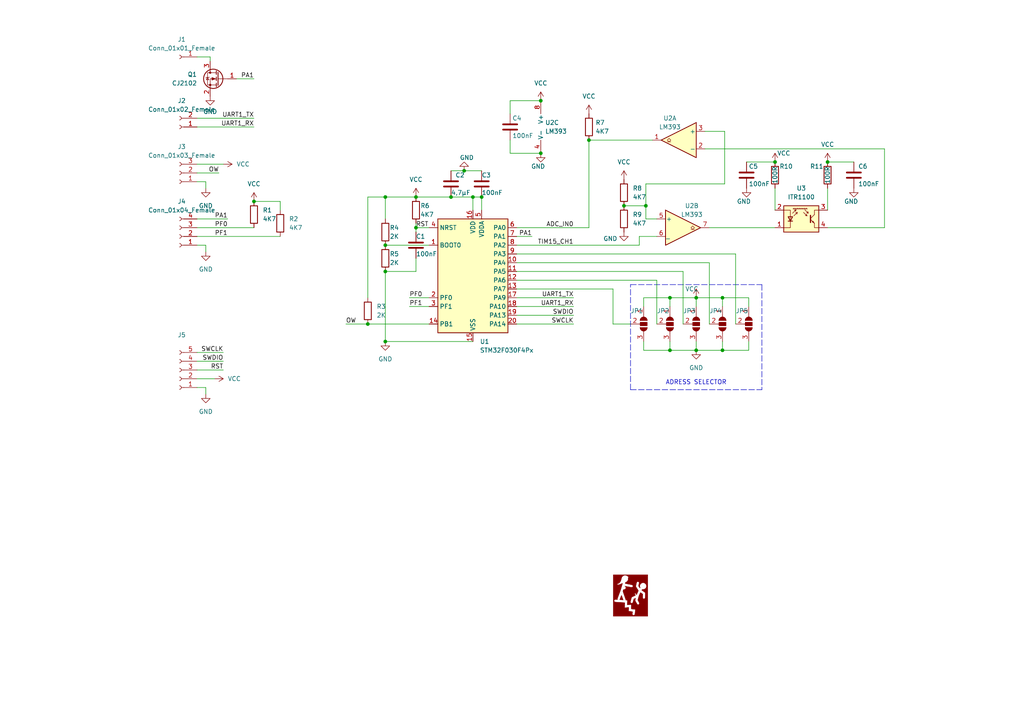
<source format=kicad_sch>
(kicad_sch (version 20211123) (generator eeschema)
  (paper "A4")
  (lib_symbols
    (symbol "Comparator:LM393" (pin_names (offset 0.127))
      (property "Reference" "U" (at 3.81 3.81 0))
      (property "Value" "LM393" (at 6.35 -3.81 0))
      (symbol "LM393_1_1"
        (polyline (pts (xy -5.08 5.08) (xy 5.08 0) (xy -5.08 -5.08) (xy -5.08 5.08)) (stroke (width 0.254)) (fill (type background)))
        (polyline (pts (xy 3.302 -0.508) (xy 2.794 -0.508) (xy 3.302 0) (xy 2.794 0.508) (xy 2.286 0) (xy 2.794 -0.508) (xy 2.286 -0.508)) (stroke (width 0.127)))
        (pin open_collector line (at 7.62 0 180) (length 2.54) (name "~") (number "1"))
        (pin input line (at -7.62 -2.54 0) (length 2.54) (name "-") (number "2"))
        (pin input line (at -7.62 2.54 0) (length 2.54) (name "+") (number "3"))
      )
      (symbol "LM393_2_1"
        (polyline (pts (xy -5.08 5.08) (xy 5.08 0) (xy -5.08 -5.08) (xy -5.08 5.08)) (stroke (width 0.254)) (fill (type background)))
        (polyline (pts (xy 3.302 -0.508) (xy 2.794 -0.508) (xy 3.302 0) (xy 2.794 0.508) (xy 2.286 0) (xy 2.794 -0.508) (xy 2.286 -0.508)) (stroke (width 0.127)))
        (pin input line (at -7.62 2.54 0) (length 2.54) (name "+") (number "5"))
        (pin input line (at -7.62 -2.54 0) (length 2.54) (name "_") (number "6"))
        (pin open_collector line (at 7.62 0 180) (length 2.54) (name "~") (number "7"))
      )
      (symbol "LM393_3_1"
        (pin power_in line (at -2.54 -7.62 90) (length 3.81) (name "V-") (number "4"))
        (pin power_in line (at -2.54 7.62 270) (length 3.81) (name "V+") (number "8"))
      )
    )
    (symbol "Connector:Conn_01x01_Female" (pin_names (offset 1.016) hide)
      (property "Reference" "J" (at 0 2.54 0))
      (property "Value" "Conn_01x01_Female" (at 0 -2.54 0))
      (symbol "Conn_01x01_Female_1_1"
        (polyline (pts (xy -1.27 0) (xy -0.508 0)) (stroke (width 0.1524)))
        (arc (start 0 0.508) (mid -0.508 0) (end 0 -0.508) (stroke (width 0.1524)))
        (pin passive line (at -5.08 0 0) (length 3.81) (name "Pin_1") (number "1"))
      )
    )
    (symbol "Connector:Conn_01x02_Female" (pin_names (offset 1.016) hide)
      (property "Reference" "J" (at 0 2.54 0))
      (property "Value" "Conn_01x02_Female" (at 0 -5.08 0))
      (symbol "Conn_01x02_Female_1_1"
        (arc (start 0 -2.032) (mid -0.508 -2.54) (end 0 -3.048) (stroke (width 0.1524)))
        (polyline (pts (xy -1.27 -2.54) (xy -0.508 -2.54)) (stroke (width 0.1524)))
        (polyline (pts (xy -1.27 0) (xy -0.508 0)) (stroke (width 0.1524)))
        (arc (start 0 0.508) (mid -0.508 0) (end 0 -0.508) (stroke (width 0.1524)))
        (pin passive line (at -5.08 0 0) (length 3.81) (name "Pin_1") (number "1"))
        (pin passive line (at -5.08 -2.54 0) (length 3.81) (name "Pin_2") (number "2"))
      )
    )
    (symbol "Connector:Conn_01x03_Female" (pin_names (offset 1.016) hide)
      (property "Reference" "J" (at 0 5.08 0))
      (property "Value" "Conn_01x03_Female" (at 0 -5.08 0))
      (symbol "Conn_01x03_Female_1_1"
        (arc (start 0 -2.032) (mid -0.508 -2.54) (end 0 -3.048) (stroke (width 0.1524)))
        (polyline (pts (xy -1.27 -2.54) (xy -0.508 -2.54)) (stroke (width 0.1524)))
        (polyline (pts (xy -1.27 0) (xy -0.508 0)) (stroke (width 0.1524)))
        (polyline (pts (xy -1.27 2.54) (xy -0.508 2.54)) (stroke (width 0.1524)))
        (arc (start 0 0.508) (mid -0.508 0) (end 0 -0.508) (stroke (width 0.1524)))
        (arc (start 0 3.048) (mid -0.508 2.54) (end 0 2.032) (stroke (width 0.1524)))
        (pin passive line (at -5.08 2.54 0) (length 3.81) (name "Pin_1") (number "1"))
        (pin passive line (at -5.08 0 0) (length 3.81) (name "Pin_2") (number "2"))
        (pin passive line (at -5.08 -2.54 0) (length 3.81) (name "Pin_3") (number "3"))
      )
    )
    (symbol "Connector:Conn_01x04_Female" (pin_names (offset 1.016) hide)
      (property "Reference" "J" (at 0 5.08 0))
      (property "Value" "Conn_01x04_Female" (at 0 -7.62 0))
      (symbol "Conn_01x04_Female_1_1"
        (arc (start 0 -4.572) (mid -0.508 -5.08) (end 0 -5.588) (stroke (width 0.1524)))
        (arc (start 0 -2.032) (mid -0.508 -2.54) (end 0 -3.048) (stroke (width 0.1524)))
        (polyline (pts (xy -1.27 -5.08) (xy -0.508 -5.08)) (stroke (width 0.1524)))
        (polyline (pts (xy -1.27 -2.54) (xy -0.508 -2.54)) (stroke (width 0.1524)))
        (polyline (pts (xy -1.27 0) (xy -0.508 0)) (stroke (width 0.1524)))
        (polyline (pts (xy -1.27 2.54) (xy -0.508 2.54)) (stroke (width 0.1524)))
        (arc (start 0 0.508) (mid -0.508 0) (end 0 -0.508) (stroke (width 0.1524)))
        (arc (start 0 3.048) (mid -0.508 2.54) (end 0 2.032) (stroke (width 0.1524)))
        (pin passive line (at -5.08 2.54 0) (length 3.81) (name "Pin_1") (number "1"))
        (pin passive line (at -5.08 0 0) (length 3.81) (name "Pin_2") (number "2"))
        (pin passive line (at -5.08 -2.54 0) (length 3.81) (name "Pin_3") (number "3"))
        (pin passive line (at -5.08 -5.08 0) (length 3.81) (name "Pin_4") (number "4"))
      )
    )
    (symbol "Connector:Conn_01x05_Female" (pin_names (offset 1.016) hide)
      (property "Reference" "J" (at 0 7.62 0))
      (property "Value" "Conn_01x05_Female" (at 0 -7.62 0))
      (symbol "Conn_01x05_Female_1_1"
        (arc (start 0 -4.572) (mid -0.508 -5.08) (end 0 -5.588) (stroke (width 0.1524)))
        (arc (start 0 -2.032) (mid -0.508 -2.54) (end 0 -3.048) (stroke (width 0.1524)))
        (polyline (pts (xy -1.27 -5.08) (xy -0.508 -5.08)) (stroke (width 0.1524)))
        (polyline (pts (xy -1.27 -2.54) (xy -0.508 -2.54)) (stroke (width 0.1524)))
        (polyline (pts (xy -1.27 0) (xy -0.508 0)) (stroke (width 0.1524)))
        (polyline (pts (xy -1.27 2.54) (xy -0.508 2.54)) (stroke (width 0.1524)))
        (polyline (pts (xy -1.27 5.08) (xy -0.508 5.08)) (stroke (width 0.1524)))
        (arc (start 0 0.508) (mid -0.508 0) (end 0 -0.508) (stroke (width 0.1524)))
        (arc (start 0 3.048) (mid -0.508 2.54) (end 0 2.032) (stroke (width 0.1524)))
        (arc (start 0 5.588) (mid -0.508 5.08) (end 0 4.572) (stroke (width 0.1524)))
        (pin passive line (at -5.08 5.08 0) (length 3.81) (name "Pin_1") (number "1"))
        (pin passive line (at -5.08 2.54 0) (length 3.81) (name "Pin_2") (number "2"))
        (pin passive line (at -5.08 0 0) (length 3.81) (name "Pin_3") (number "3"))
        (pin passive line (at -5.08 -2.54 0) (length 3.81) (name "Pin_4") (number "4"))
        (pin passive line (at -5.08 -5.08 0) (length 3.81) (name "Pin_5") (number "5"))
      )
    )
    (symbol "Device:C" (pin_numbers hide) (pin_names (offset 0.254))
      (property "Reference" "C" (at 0.635 2.54 0))
      (property "Value" "C" (at 0.635 -2.54 0))
      (symbol "C_0_1"
        (polyline (pts (xy -2.032 -0.762) (xy 2.032 -0.762)) (stroke (width 0.508)))
        (polyline (pts (xy -2.032 0.762) (xy 2.032 0.762)) (stroke (width 0.508)))
      )
      (symbol "C_1_1"
        (pin passive line (at 0 3.81 270) (length 2.794) (name "~") (number "1"))
        (pin passive line (at 0 -3.81 90) (length 2.794) (name "~") (number "2"))
      )
    )
    (symbol "Device:Q_NMOS_GSD" (pin_names (offset 0) hide)
      (property "Reference" "Q" (at 5.08 1.27 0))
      (property "Value" "Q_NMOS_GSD" (at 5.08 -1.27 0))
      (symbol "Q_NMOS_GSD_0_1"
        (polyline (pts (xy 0.254 0) (xy -2.54 0)))
        (polyline (pts (xy 0.254 1.905) (xy 0.254 -1.905)) (stroke (width 0.254)))
        (polyline (pts (xy 0.762 -1.27) (xy 0.762 -2.286)) (stroke (width 0.254)))
        (polyline (pts (xy 0.762 0.508) (xy 0.762 -0.508)) (stroke (width 0.254)))
        (polyline (pts (xy 0.762 2.286) (xy 0.762 1.27)) (stroke (width 0.254)))
        (polyline (pts (xy 2.54 2.54) (xy 2.54 1.778)))
        (polyline (pts (xy 2.54 -2.54) (xy 2.54 0) (xy 0.762 0)))
        (polyline (pts (xy 0.762 -1.778) (xy 3.302 -1.778) (xy 3.302 1.778) (xy 0.762 1.778)))
        (polyline (pts (xy 1.016 0) (xy 2.032 0.381) (xy 2.032 -0.381) (xy 1.016 0)) (fill (type outline)))
        (polyline (pts (xy 2.794 0.508) (xy 2.921 0.381) (xy 3.683 0.381) (xy 3.81 0.254)))
        (polyline (pts (xy 3.302 0.381) (xy 2.921 -0.254) (xy 3.683 -0.254) (xy 3.302 0.381)))
        (circle (center 1.651 0) (radius 2.794) (stroke (width 0.254)))
        (circle (center 2.54 -1.778) (radius 0.254) (fill (type outline)))
        (circle (center 2.54 1.778) (radius 0.254) (fill (type outline)))
      )
      (symbol "Q_NMOS_GSD_1_1"
        (pin input line (at -5.08 0 0) (length 2.54) (name "G") (number "1"))
        (pin passive line (at 2.54 -5.08 90) (length 2.54) (name "S") (number "2"))
        (pin passive line (at 2.54 5.08 270) (length 2.54) (name "D") (number "3"))
      )
    )
    (symbol "Device:R" (pin_numbers hide) (pin_names (offset 0))
      (property "Reference" "R" (at 2.032 0 90))
      (property "Value" "R" (at 0 0 90))
      (symbol "R_0_1"
        (rectangle (start -1.016 -2.54) (end 1.016 2.54) (stroke (width 0.254)))
      )
      (symbol "R_1_1"
        (pin passive line (at 0 3.81 270) (length 1.27) (name "~") (number "1"))
        (pin passive line (at 0 -3.81 90) (length 1.27) (name "~") (number "2"))
      )
    )
    (symbol "Jumper:SolderJumper_3_Open" (pin_names (offset 0) hide)
      (property "Reference" "JP" (at -2.54 -2.54 0))
      (property "Value" "SolderJumper_3_Open" (at 0 2.794 0))
      (symbol "SolderJumper_3_Open_0_1"
        (arc (start -1.016 1.016) (mid -2.032 0) (end -1.016 -1.016))
        (arc (start -1.016 1.016) (mid -2.032 0) (end -1.016 -1.016) (fill (type outline)))
        (rectangle (start -0.508 1.016) (end 0.508 -1.016) (fill (type outline)))
        (polyline (pts (xy -2.54 0) (xy -2.032 0)))
        (polyline (pts (xy -1.016 1.016) (xy -1.016 -1.016)))
        (polyline (pts (xy 0 -1.27) (xy 0 -1.016)))
        (polyline (pts (xy 1.016 1.016) (xy 1.016 -1.016)))
        (polyline (pts (xy 2.54 0) (xy 2.032 0)))
        (arc (start 1.016 -1.016) (mid 2.032 0) (end 1.016 1.016))
        (arc (start 1.016 -1.016) (mid 2.032 0) (end 1.016 1.016) (fill (type outline)))
      )
      (symbol "SolderJumper_3_Open_1_1"
        (pin passive line (at -5.08 0 0) (length 2.54) (name "A") (number "1"))
        (pin passive line (at 0 -3.81 90) (length 2.54) (name "C") (number "2"))
        (pin passive line (at 5.08 0 180) (length 2.54) (name "B") (number "3"))
      )
    )
    (symbol "LOGO_1" (pin_names (offset 1.016))
      (symbol "LOGO_1_0_0"
        (polyline (pts (xy -2.1504 -1.2991) (xy -2.1382 -1.2606) (xy -2.1509 -1.2251) (xy -2.1855 -1.1275) (xy -2.2369 -0.9821) (xy -2.3007 -0.8013) (xy -2.3725 -0.5976) (xy -2.4327 -0.4283) (xy -2.4991 -0.2455) (xy -2.5545 -0.0972) (xy -2.5944 0.0045) (xy -2.6144 0.0477) (xy -2.6144 0.0478) (xy -2.6351 0.0236) (xy -2.6771 -0.0603) (xy -2.7361 -0.1936) (xy -2.8075 -0.366) (xy -2.8867 -0.5672) (xy -2.9633 -0.7688) (xy -3.0297 -0.9481) (xy -3.0809 -1.0911) (xy -3.1128 -1.1867) (xy -3.1215 -1.2239) (xy -3.0819 -1.2311) (xy -2.9827 -1.2416) (xy -2.8389 -1.2539) (xy -2.6656 -1.2666) (xy -2.4952 -1.2782) (xy -2.3408 -1.2891) (xy -2.2274 -1.2974) (xy -2.1718 -1.3019) (xy -2.1504 -1.2991)) (stroke (width 0.01)) (fill (type outline)))
        (polyline (pts (xy 5.0053 6.0138) (xy -5.0052 6.0138) (xy -5.0052 -1.5314) (xy -4.7811 -1.5314) (xy -4.7529 -1.4034) (xy -4.6727 -1.2787) (xy -4.5609 -1.1969) (xy -4.5492 -1.1924) (xy -4.4481 -1.1716) (xy -4.2987 -1.1669) (xy -4.0884 -1.1777) (xy -4.026 -1.1823) (xy -3.8825 -1.1918) (xy -3.7972 -1.193) (xy -3.758 -1.184) (xy -3.7526 -1.1629) (xy -3.7688 -1.1277) (xy -3.7923 -1.0705) (xy -3.81 -0.9783) (xy -3.8087 -0.9694) (xy -3.7883 -0.8979) (xy -3.7453 -0.7689) (xy -3.683 -0.5917) (xy -3.6048 -0.3757) (xy -3.5139 -0.1302) (xy -3.4137 0.1354) (xy -3.3123 0.4021) (xy -3.2093 0.6743) (xy -3.1246 0.9012) (xy -3.0534 1.0963) (xy -2.9912 1.273) (xy -2.9335 1.4449) (xy -2.8755 1.6254) (xy -2.8126 1.828) (xy -2.7403 2.0661) (xy -2.654 2.3533) (xy -2.6492 2.3692) (xy -2.5502 2.6999) (xy -2.4712 2.9657) (xy -2.4106 3.1728) (xy -2.3665 3.3272) (xy -2.3372 3.4352) (xy -2.3209 3.503) (xy -2.3158 3.5367) (xy -2.3299 3.5394) (xy -2.3974 3.519) (xy -2.5081 3.474) (xy -2.6478 3.41) (xy -2.9121 3.2939) (xy -3.166 3.2032) (xy -3.3949 3.142) (xy -3.5862 3.1138) (xy -3.727 3.122) (xy -3.8133 3.1496) (xy -3.8564 3.1918) (xy -3.866 3.2684) (xy -3.8653 3.2992) (xy -3.85 3.3568) (xy -3.7999 3.392) (xy -3.6957 3.4225) (xy -3.6747 3.4278) (xy -3.4688 3.4981) (xy -3.3039 3.5991) (xy -3.1499 3.7489) (xy -3.0342 3.8932) (xy -2.9257 4.0664) (xy -2.833 4.2666) (xy -2.7488 4.5095) (xy -2.6659 4.811) (xy -2.6144 5.0118) (xy -2.5717 5.1618) (xy -2.5334 5.2689) (xy -2.4929 5.3483) (xy -2.4438 5.4151) (xy -2.3797 5.4846) (xy -2.3137 5.5478) (xy -2.1796 5.6592) (xy -2.0544 5.746) (xy -2.0374 5.756) (xy -1.9447 5.803) (xy -1.8523 5.8302) (xy -1.7353 5.8427) (xy -1.5688 5.8458) (xy -1.5458 5.8457) (xy -1.3019 5.8275) (xy -1.1011 5.771) (xy -0.9192 5.6662) (xy -0.7318 5.5033) (xy -0.7229 5.4945) (xy -0.6244 5.3867) (xy -0.576 5.3051) (xy -0.5676 5.2332) (xy -0.5907 5.1634) (xy -0.6611 5.1244) (xy -0.6954 5.1176) (xy -0.7252 5.0887) (xy -0.7078 5.0192) (xy -0.6814 4.9224) (xy -0.6768 4.7186) (xy -0.7266 4.5057) (xy -0.8223 4.2997) (xy -0.9556 4.1164) (xy -1.1183 3.9719) (xy -1.3021 3.8819) (xy -1.3349 3.8716) (xy -1.4184 3.8333) (xy -1.4672 3.7727) (xy -1.5055 3.6642) (xy -1.5162 3.6265) (xy -1.5361 3.5373) (xy -1.5299 3.4908) (xy -1.4967 3.4657) (xy -1.4637 3.4562) (xy -1.3634 3.4335) (xy -1.2085 3.4012) (xy -1.0096 3.3614) (xy -0.7775 3.3165) (xy -0.5229 3.2684) (xy -0.3349 3.233) (xy -0.0901 3.1853) (xy 0.1269 3.1415) (xy 0.3047 3.1039) (xy 0.4318 3.0747) (xy 0.4967 3.0565) (xy 0.4983 3.0559) (xy 0.6025 2.9789) (xy 0.6796 2.8589) (xy 0.7097 2.7268) (xy 0.6822 2.6003) (xy 0.6011 2.4742) (xy 0.4867 2.3911) (xy 0.4662 2.3835) (xy 0.4182 2.3736) (xy 0.3534 2.3714) (xy 0.2624 2.3783) (xy 0.1358 2.3952) (xy -0.0358 2.4235) (xy -0.2618 2.4643) (xy -0.5516 2.5186) (xy -0.7499 2.5563) (xy -0.9936 2.6029) (xy -1.2084 2.6442) (xy -1.3834 2.6782) (xy -1.5072 2.7026) (xy -1.5688 2.7154) (xy -1.6622 2.7372) (xy -1.5587 2.654) (xy -1.5166 2.6171) (xy -1.4022 2.4656) (xy -1.3507 2.301) (xy -1.3577 2.1361) (xy -1.4187 1.9838) (xy -1.5291 1.8571) (xy -1.6846 1.7688) (xy -1.8805 1.7317) (xy -2.0663 1.7255) (xy -2.1345 1.5071) (xy -2.1638 1.406) (xy -2.192 1.289) (xy -2.2031 1.214) (xy -2.1985 1.1896) (xy -2.1723 1.0986) (xy -2.1256 0.9517) (xy -2.0613 0.7579) (xy -1.9824 0.526) (xy -1.8919 0.2651) (xy -1.7928 -0.016) (xy -1.7316 -0.1889) (xy -1.6373 -0.4598) (xy -1.5533 -0.7057) (xy -1.4829 -0.9175) (xy -1.4288 -1.0862) (xy -1.3942 -1.2027) (xy -1.382 -1.2579) (xy -1.3798 -1.2933) (xy -1.3589 -1.3274) (xy -1.3004 -1.3419) (xy -1.1859 -1.3453) (xy -1.09 -1.3457) (xy -1.0121 -1.3525) (xy -0.958 -1.3753) (xy -0.924 -1.424) (xy -0.9065 -1.5082) (xy -0.9019 -1.6379) (xy -0.9064 -1.8227) (xy -0.9083 -1.8686) (xy -0.0293 -1.8686) (xy -0.0191 -1.7947) (xy 0.0032 -1.6894) (xy 0.0393 -1.5425) (xy 0.091 -1.3439) (xy 0.16 -1.0832) (xy 0.1876 -0.9799) (xy 0.2427 -0.783) (xy 0.2885 -0.6419) (xy 0.3307 -0.5449) (xy 0.3751 -0.4803) (xy 0.4276 -0.4362) (xy 0.4937 -0.4009) (xy 0.5567 -0.3719) (xy 0.6812 -0.3151) (xy 0.8384 -0.2439) (xy 1.0086 -0.167) (xy 1.1526 -0.1012) (xy 1.2882 -0.0375) (xy 1.3851 0.0102) (xy 1.4285 0.0346) (xy 1.4286 0.0346) (xy 1.4242 0.0764) (xy 1.3863 0.1616) (xy 1.3232 0.2721) (xy 1.3219 0.2741) (xy 1.2339 0.4382) (xy 1.2036 0.5569) (xy 1.2312 0.6321) (xy 1.3165 0.6655) (xy 1.3276 0.6666) (xy 1.3823 0.6618) (xy 1.4324 0.6293) (xy 1.4917 0.5564) (xy 1.5736 0.4308) (xy 1.5929 0.4003) (xy 1.6638 0.2924) (xy 1.7162 0.2195) (xy 1.7398 0.1959) (xy 1.758 0.2268) (xy 1.8016 0.3154) (xy 1.8631 0.447) (xy 1.9364 0.6077) (xy 2.0153 0.7837) (xy 2.0937 0.9611) (xy 2.1653 1.1261) (xy 2.2241 1.2648) (xy 2.2639 1.3634) (xy 2.2786 1.408) (xy 2.2617 1.4481) (xy 2.209 1.5412) (xy 2.127 1.6751) (xy 2.0223 1.8391) (xy 1.9015 2.0223) (xy 1.8521 2.096) (xy 1.7282 2.2808) (xy 1.639 2.4231) (xy 1.5813 2.5392) (xy 1.5521 2.6449) (xy 1.5481 2.7565) (xy 1.5665 2.89) (xy 1.6039 3.0615) (xy 1.6573 3.2871) (xy 1.6707 3.3442) (xy 1.7234 3.5597) (xy 1.767 3.7162) (xy 1.8063 3.8249) (xy 1.846 3.8974) (xy 1.8909 3.9453) (xy 1.9458 3.9799) (xy 2.0957 4.0253) (xy 2.2478 4.0101) (xy 2.377 3.936) (xy 2.4659 3.8087) (xy 2.472 3.7933) (xy 2.4875 3.735) (xy 2.4904 3.6643) (xy 2.4794 3.5663) (xy 2.4528 3.4259) (xy 2.4094 3.2281) (xy 2.3044 2.7646) (xy 2.52 2.4406) (xy 2.5844 2.3451) (xy 2.6631 2.2353) (xy 2.7155 2.1766) (xy 2.749 2.1611) (xy 2.7714 2.1808) (xy 2.7745 2.1869) (xy 2.7837 2.2767) (xy 2.7484 2.4178) (xy 2.6999 2.6168) (xy 2.701 2.8372) (xy 2.7639 3.0724) (xy 2.8382 3.2225) (xy 2.9939 3.4136) (xy 3.1926 3.564) (xy 3.4181 3.6626) (xy 3.6544 3.698) (xy 3.6938 3.697) (xy 3.9337 3.6511) (xy 4.1552 3.544) (xy 4.3469 3.3869) (xy 4.4977 3.1909) (xy 4.5964 2.9672) (xy 4.6318 2.7268) (xy 4.6258 2.6255) (xy 4.5635 2.3884) (xy 4.4423 2.1754) (xy 4.273 1.9963) (xy 4.0662 1.861) (xy 3.8328 1.7795) (xy 3.5835 1.7616) (xy 3.5106 1.7655) (xy 3.4263 1.7592) (xy 3.3727 1.7268) (xy 3.3221 1.6571) (xy 3.2478 1.54) (xy 3.613 1.2794) (xy 3.7518 1.1809) (xy 3.8951 1.0803) (xy 4.0109 1.0002) (xy 4.0828 0.9521) (xy 4.097 0.9429) (xy 4.1683 0.8888) (xy 4.2206 0.8265) (xy 4.2562 0.745) (xy 4.2775 0.6331) (xy 4.2866 0.4798) (xy 4.2859 0.2741) (xy 4.2776 0.005) (xy 4.2697 -0.172) (xy 4.2571 -0.3796) (xy 4.2427 -0.5562) (xy 4.2276 -0.6872) (xy 4.2131 -0.7581) (xy 4.2117 -0.7615) (xy 4.1356 -0.8648) (xy 4.0164 -0.9413) (xy 3.8848 -0.9712) (xy 3.7581 -0.9435) (xy 3.6322 -0.8625) (xy 3.5491 -0.7482) (xy 3.5433 -0.7327) (xy 3.5257 -0.6498) (xy 3.5176 -0.5271) (xy 3.5186 -0.3531) (xy 3.5284 -0.1164) (xy 3.555 0.4012) (xy 3.2378 0.6302) (xy 3.138 0.7011) (xy 3.0184 0.7826) (xy 2.9307 0.8381) (xy 2.8891 0.8584) (xy 2.8833 0.8563) (xy 2.8599 0.8283) (xy 2.8229 0.7629) (xy 2.7694 0.6536) (xy 2.6963 0.4942) (xy 2.6006 0.2785) (xy 2.4794 0) (xy 2.4745 -0.0115) (xy 2.4291 -0.1359) (xy 2.3756 -0.3053) (xy 2.3185 -0.503) (xy 2.2619 -0.7125) (xy 2.2104 -0.9172) (xy 2.1682 -1.1005) (xy 2.1396 -1.2457) (xy 2.1292 -1.3362) (xy 2.1292 -1.337) (xy 2.1477 -1.3901) (xy 2.196 -1.4929) (xy 2.267 -1.631) (xy 2.3533 -1.7899) (xy 2.3543 -1.7918) (xy 2.441 -1.9536) (xy 2.5119 -2.0978) (xy 2.5598 -2.2088) (xy 2.5774 -2.2709) (xy 2.5626 -2.3695) (xy 2.4939 -2.5047) (xy 2.3852 -2.5988) (xy 2.3499 -2.616) (xy 2.2199 -2.6538) (xy 2.103 -2.6385) (xy 1.9911 -2.5652) (xy 1.876 -2.4292) (xy 1.7498 -2.2258) (xy 1.7007 -2.1393) (xy 1.6051 -1.9732) (xy 1.5173 -1.8236) (xy 1.4516 -1.7149) (xy 1.4004 -1.6245) (xy 1.362 -1.5184) (xy 1.3526 -1.4032) (xy 1.3709 -1.2588) (xy 1.416 -1.0645) (xy 1.4199 -1.0493) (xy 1.4502 -0.9226) (xy 1.469 -0.8297) (xy 1.4722 -0.7898) (xy 1.4697 -0.789) (xy 1.4217 -0.8028) (xy 1.3269 -0.8406) (xy 1.2026 -0.8957) (xy 0.9439 -1.0149) (xy 0.8214 -1.488) (xy 0.8163 -1.5073) (xy 0.7662 -1.6928) (xy 0.7185 -1.8577) (xy 0.6784 -1.9847) (xy 0.651 -2.0565) (xy 0.5953 -2.1348) (xy 0.4797 -2.2099) (xy 0.343 -2.2343) (xy 0.2046 -2.2094) (xy 0.0837 -2.1361) (xy -0.0004 -2.0159) (xy -0.0051 -2.0046) (xy -0.0205 -1.9634) (xy -0.0292 -1.9215) (xy -0.0293 -1.8686) (xy -0.9083 -1.8686) (xy -0.9167 -2.0724) (xy -0.9441 -2.7352) (xy -0.7615 -2.7132) (xy -0.6515 -2.701) (xy -0.4841 -2.6845) (xy -0.3175 -2.6697) (xy -0.1785 -2.6573) (xy -0.0249 -2.6414) (xy 0.0899 -2.6272) (xy 0.2358 -2.6061) (xy 0.2143 -3.2438) (xy 0.2108 -3.3481) (xy 0.2051 -3.5542) (xy 0.2038 -3.7005) (xy 0.2075 -3.7976) (xy 0.2168 -3.856) (xy 0.2325 -3.8863) (xy 0.2551 -3.8989) (xy 0.2717 -3.9024) (xy 0.3569 -3.9158) (xy 0.4951 -3.9347) (xy 0.6713 -3.9572) (xy 0.8707 -3.9813) (xy 1.4239 -4.0464) (xy 1.4036 -4.1803) (xy 1.4001 -4.2055) (xy 1.3865 -4.3144) (xy 1.3681 -4.4737) (xy 1.3467 -4.6662) (xy 1.3244 -4.8745) (xy 1.3077 -5.0288) (xy 1.2802 -5.2492) (xy 1.2528 -5.4118) (xy 1.2222 -5.5273) (xy 1.1853 -5.6064) (xy 1.1389 -5.6597) (xy 1.0799 -5.6981) (xy 1.0211 -5.7241) (xy 0.8631 -5.7469) (xy 0.7056 -5.6963) (xy 0.6469 -5.6575) (xy 0.5805 -5.5767) (xy 0.5456 -5.462) (xy 0.5391 -5.3011) (xy 0.5582 -5.0813) (xy 0.5671 -5.0032) (xy 0.58 -4.8619) (xy 0.5851 -4.7581) (xy 0.5812 -4.7099) (xy 0.5448 -4.693) (xy 0.4529 -4.6726) (xy 0.328 -4.6555) (xy 0.3031 -4.6529) (xy 0.1408 -4.6346) (xy -0.0519 -4.6117) (xy -0.2386 -4.5885) (xy -0.5707 -4.5459) (xy -0.551 -3.9912) (xy -0.548 -3.8953) (xy -0.5444 -3.714) (xy -0.5445 -3.5685) (xy -0.5481 -3.4717) (xy -0.5552 -3.4365) (xy -0.5675 -3.4374) (xy -0.6419 -3.4441) (xy -0.7705 -3.4564) (xy -0.9397 -3.4731) (xy -1.136 -3.4927) (xy -1.2333 -3.5022) (xy -1.4172 -3.5183) (xy -1.5671 -3.5291) (xy -1.6694 -3.5336) (xy -1.7109 -3.5309) (xy -1.7113 -3.5303) (xy -1.7149 -3.4841) (xy -1.7149 -3.3759) (xy -1.7115 -3.2176) (xy -1.7049 -3.0209) (xy -1.6954 -2.7976) (xy -1.6902 -2.6784) (xy -1.6816 -2.4175) (xy -1.6803 -2.2286) (xy -1.6862 -2.1126) (xy -1.6995 -2.0702) (xy -1.6995 -2.0701) (xy -1.7445 -2.0653) (xy -1.8554 -2.0569) (xy -2.0237 -2.0455) (xy -2.241 -2.0316) (xy -2.4985 -2.0157) (xy -2.7878 -1.9984) (xy -3.1002 -1.9803) (xy -3.4052 -1.962) (xy -3.7019 -1.9424) (xy -3.9696 -1.923) (xy -4.1992 -1.9043) (xy -4.3816 -1.8873) (xy -4.5076 -1.8727) (xy -4.5681 -1.8611) (xy -4.5698 -1.8604) (xy -4.6739 -1.7835) (xy -4.751 -1.6635) (xy -4.7811 -1.5314) (xy -5.0052 -1.5314) (xy -5.0052 -6.0138) (xy 5.0053 -6.0138) (xy 5.0053 6.0138)) (stroke (width 0.01)) (fill (type outline)))
      )
    )
    (symbol "MCU_ST_STM32F0:STM32F030F4Px"
      (property "Reference" "U" (at -10.16 16.51 0))
      (property "Value" "STM32F030F4Px" (at 5.08 16.51 0))
      (symbol "STM32F030F4Px_0_1"
        (rectangle (start -10.16 -17.78) (end 10.16 15.24) (stroke (width 0.254)) (fill (type background)))
      )
      (symbol "STM32F030F4Px_1_1"
        (pin input line (at -12.7 7.62 0) (length 2.54) (name "BOOT0") (number "1"))
        (pin bidirectional line (at 12.7 2.54 180) (length 2.54) (name "PA4") (number "10"))
        (pin bidirectional line (at 12.7 0 180) (length 2.54) (name "PA5") (number "11"))
        (pin bidirectional line (at 12.7 -2.54 180) (length 2.54) (name "PA6") (number "12"))
        (pin bidirectional line (at 12.7 -5.08 180) (length 2.54) (name "PA7") (number "13"))
        (pin bidirectional line (at -12.7 -15.24 0) (length 2.54) (name "PB1") (number "14"))
        (pin power_in line (at 0 -20.32 90) (length 2.54) (name "VSS") (number "15"))
        (pin power_in line (at 0 17.78 270) (length 2.54) (name "VDD") (number "16"))
        (pin bidirectional line (at 12.7 -7.62 180) (length 2.54) (name "PA9") (number "17"))
        (pin bidirectional line (at 12.7 -10.16 180) (length 2.54) (name "PA10") (number "18"))
        (pin bidirectional line (at 12.7 -12.7 180) (length 2.54) (name "PA13") (number "19"))
        (pin input line (at -12.7 -7.62 0) (length 2.54) (name "PF0") (number "2"))
        (pin bidirectional line (at 12.7 -15.24 180) (length 2.54) (name "PA14") (number "20"))
        (pin input line (at -12.7 -10.16 0) (length 2.54) (name "PF1") (number "3"))
        (pin input line (at -12.7 12.7 0) (length 2.54) (name "NRST") (number "4"))
        (pin power_in line (at 2.54 17.78 270) (length 2.54) (name "VDDA") (number "5"))
        (pin bidirectional line (at 12.7 12.7 180) (length 2.54) (name "PA0") (number "6"))
        (pin bidirectional line (at 12.7 10.16 180) (length 2.54) (name "PA1") (number "7"))
        (pin bidirectional line (at 12.7 7.62 180) (length 2.54) (name "PA2") (number "8"))
        (pin bidirectional line (at 12.7 5.08 180) (length 2.54) (name "PA3") (number "9"))
      )
    )
    (symbol "Sensor_Proximity:BPR-105F" (pin_names (offset 0.0254) hide)
      (property "Reference" "U" (at -3.81 5.08 0))
      (property "Value" "BPR-105F" (at 12.7 5.08 0))
      (symbol "BPR-105F_0_1"
        (polyline (pts (xy -3.81 -0.635) (xy -2.54 -0.635)) (stroke (width 0.254)))
        (polyline (pts (xy -2.286 2.921) (xy -2.032 3.175)))
        (polyline (pts (xy -1.778 2.921) (xy -1.524 3.175)))
        (polyline (pts (xy -1.524 2.667) (xy -1.651 2.159)))
        (polyline (pts (xy -1.27 2.921) (xy -1.016 3.175)))
        (polyline (pts (xy -1.143 1.905) (xy -1.27 1.397)))
        (polyline (pts (xy -0.762 2.921) (xy -0.508 3.175)))
        (polyline (pts (xy -0.254 2.921) (xy 0 3.175)))
        (polyline (pts (xy 0.254 2.921) (xy 0.508 3.175)))
        (polyline (pts (xy 0.762 2.921) (xy 1.016 3.175)))
        (polyline (pts (xy 1.27 2.921) (xy 1.524 3.175)))
        (polyline (pts (xy 1.651 0.889) (xy 1.143 1.016)))
        (polyline (pts (xy 1.778 2.921) (xy -2.413 2.921)))
        (polyline (pts (xy 2.032 1.651) (xy 1.524 1.778)))
        (polyline (pts (xy 2.667 -0.127) (xy 3.81 -1.27)))
        (polyline (pts (xy 2.667 0.127) (xy 3.81 1.27)))
        (polyline (pts (xy -2.54 1.651) (xy -1.524 2.667) (xy -2.032 2.54)))
        (polyline (pts (xy -2.159 0.889) (xy -1.143 1.905) (xy -1.651 1.778)))
        (polyline (pts (xy 0.635 1.905) (xy 1.651 0.889) (xy 1.524 1.397)))
        (polyline (pts (xy 1.016 2.667) (xy 2.032 1.651) (xy 1.905 2.159)))
        (polyline (pts (xy 2.667 1.016) (xy 2.667 -1.016) (xy 2.667 -1.016)) (stroke (width 0.3556)))
        (polyline (pts (xy 3.81 -1.27) (xy 3.81 -2.54) (xy 5.08 -2.54)))
        (polyline (pts (xy 3.81 1.27) (xy 3.81 2.54) (xy 5.08 2.54)))
        (polyline (pts (xy -5.08 -2.54) (xy -3.175 -2.54) (xy -3.175 2.54) (xy -5.08 2.54)))
        (polyline (pts (xy -3.175 -0.635) (xy -3.81 0.635) (xy -2.54 0.635) (xy -3.175 -0.635)) (stroke (width 0.254)))
        (polyline (pts (xy 3.683 -1.143) (xy 3.429 -0.635) (xy 3.175 -0.889) (xy 3.683 -1.143)))
        (polyline (pts (xy -5.08 -3.81) (xy 5.08 -3.81) (xy 5.08 3.81) (xy -5.08 3.81) (xy -5.08 -3.81)) (stroke (width 0.254)) (fill (type background)))
      )
      (symbol "BPR-105F_1_1"
        (pin passive line (at -7.62 -2.54 0) (length 2.54) (name "K") (number "1"))
        (pin passive line (at -7.62 2.54 0) (length 2.54) (name "A") (number "2"))
        (pin open_collector line (at 7.62 2.54 180) (length 2.54) (name "C") (number "3"))
        (pin open_emitter line (at 7.62 -2.54 180) (length 2.54) (name "E") (number "4"))
      )
    )
    (symbol "power:GND" (power) (pin_names (offset 0))
      (property "Value" "GND" (at 0 -3.81 0))
      (symbol "GND_0_1"
        (polyline (pts (xy 0 0) (xy 0 -1.27) (xy 1.27 -1.27) (xy 0 -2.54) (xy -1.27 -1.27) (xy 0 -1.27)))
      )
      (symbol "GND_1_1"
        (pin power_in line (at 0 0 270) (length 0) hide (name "GND") (number "1"))
      )
    )
    (symbol "power:VCC" (power) (pin_names (offset 0))
      (property "Value" "VCC" (at 0 3.81 0))
      (symbol "VCC_0_1"
        (polyline (pts (xy -0.762 1.27) (xy 0 2.54)))
        (polyline (pts (xy 0 0) (xy 0 2.54)))
        (polyline (pts (xy 0 2.54) (xy 0.762 1.27)))
      )
      (symbol "VCC_1_1"
        (pin power_in line (at 0 0 90) (length 0) hide (name "VCC") (number "1"))
      )
    )
  )
  (junction (at 106.68 93.98))
  (junction (at 201.93 86.36))
  (junction (at 156.845 29.21))
  (junction (at 187.325 59.69))
  (junction (at 111.76 57.15))
  (junction (at 194.31 86.36))
  (junction (at 156.845 44.45))
  (junction (at 120.65 57.15))
  (junction (at 180.975 59.69))
  (junction (at 240.03 46.99))
  (junction (at 224.79 46.99))
  (junction (at 194.31 101.6))
  (junction (at 170.815 40.64))
  (junction (at 209.55 101.6))
  (junction (at 139.7 57.15))
  (junction (at 130.81 57.15))
  (junction (at 134.62 49.53))
  (junction (at 209.55 86.36))
  (junction (at 111.76 71.12))
  (junction (at 111.76 78.74))
  (junction (at 111.76 99.06))
  (junction (at 73.66 58.42))
  (junction (at 201.93 101.6))
  (junction (at 120.65 66.04))
  (junction (at 137.16 57.15))
  (wire (pts (xy 120.65 67.31) (xy 120.65 66.04)))
  (wire (pts (xy 134.62 49.53) (xy 139.7 49.53)))
  (wire (pts (xy 57.15 66.04) (xy 73.66 66.04)))
  (wire (pts (xy 137.16 99.06) (xy 111.76 99.06)))
  (wire (pts (xy 209.55 86.36) (xy 217.17 86.36)))
  (wire (pts (xy 187.325 59.69) (xy 180.975 59.69)))
  (wire (pts (xy 111.76 63.5) (xy 111.76 57.15)))
  (wire (pts (xy 120.65 74.93) (xy 120.65 78.74)))
  (wire (pts (xy 57.15 109.855) (xy 62.23 109.855)))
  (wire (pts (xy 120.65 78.74) (xy 111.76 78.74)))
  (wire (pts (xy 209.55 99.06) (xy 209.55 101.6)))
  (wire (pts (xy 217.17 99.06) (xy 217.17 101.6)))
  (wire (pts (xy 57.15 68.58) (xy 81.28 68.58)))
  (wire (pts (xy 185.42 68.58) (xy 190.5 68.58)))
  (wire (pts (xy 57.15 50.165) (xy 63.5 50.165)))
  (wire (pts (xy 149.86 86.36) (xy 166.37 86.36)))
  (wire (pts (xy 57.15 71.12) (xy 59.69 71.12)))
  (wire (pts (xy 73.66 58.42) (xy 81.28 58.42)))
  (wire (pts (xy 210.185 38.1) (xy 210.185 53.34)))
  (wire (pts (xy 177.8 83.82) (xy 177.8 93.98)))
  (wire (pts (xy 57.15 112.395) (xy 59.69 112.395)))
  (wire (pts (xy 57.15 63.5) (xy 66.04 63.5)))
  (wire (pts (xy 205.74 66.04) (xy 224.79 66.04)))
  (wire (pts (xy 198.12 78.74) (xy 198.12 93.98)))
  (polyline (pts (xy 182.88 82.55) (xy 220.98 82.55)))
  (wire (pts (xy 210.185 53.34) (xy 187.325 53.34)))
  (wire (pts (xy 149.86 73.66) (xy 213.36 73.66)))
  (wire (pts (xy 111.76 57.15) (xy 120.65 57.15)))
  (wire (pts (xy 256.54 66.04) (xy 256.54 43.18)))
  (wire (pts (xy 106.68 93.98) (xy 124.46 93.98)))
  (wire (pts (xy 81.28 60.96) (xy 81.28 58.42)))
  (wire (pts (xy 139.7 57.15) (xy 137.16 57.15)))
  (wire (pts (xy 216.535 46.99) (xy 224.79 46.99)))
  (wire (pts (xy 149.86 83.82) (xy 177.8 83.82)))
  (wire (pts (xy 187.325 63.5) (xy 187.325 59.69)))
  (wire (pts (xy 111.76 99.06) (xy 111.76 78.74)))
  (wire (pts (xy 149.86 93.98) (xy 166.37 93.98)))
  (wire (pts (xy 185.42 71.12) (xy 185.42 68.58)))
  (wire (pts (xy 186.69 99.06) (xy 186.69 101.6)))
  (wire (pts (xy 190.5 63.5) (xy 187.325 63.5)))
  (wire (pts (xy 59.69 71.12) (xy 59.69 73.025)))
  (wire (pts (xy 170.815 40.64) (xy 170.815 66.04)))
  (wire (pts (xy 149.86 71.12) (xy 185.42 71.12)))
  (wire (pts (xy 57.15 104.775) (xy 64.77 104.775)))
  (polyline (pts (xy 182.88 113.03) (xy 220.98 113.03)))
  (wire (pts (xy 124.46 71.12) (xy 111.76 71.12)))
  (wire (pts (xy 147.955 29.21) (xy 147.955 33.02)))
  (wire (pts (xy 137.16 57.15) (xy 130.81 57.15)))
  (wire (pts (xy 57.15 16.51) (xy 60.96 16.51)))
  (wire (pts (xy 120.65 66.04) (xy 120.65 64.77)))
  (wire (pts (xy 57.15 47.625) (xy 64.77 47.625)))
  (wire (pts (xy 130.81 57.15) (xy 120.65 57.15)))
  (wire (pts (xy 149.86 66.04) (xy 170.815 66.04)))
  (wire (pts (xy 57.15 34.29) (xy 73.66 34.29)))
  (wire (pts (xy 187.325 53.34) (xy 187.325 59.69)))
  (wire (pts (xy 194.31 101.6) (xy 201.93 101.6)))
  (wire (pts (xy 186.69 86.36) (xy 186.69 88.9)))
  (wire (pts (xy 186.69 86.36) (xy 194.31 86.36)))
  (wire (pts (xy 189.23 40.64) (xy 170.815 40.64)))
  (wire (pts (xy 156.845 29.21) (xy 147.955 29.21)))
  (polyline (pts (xy 220.98 82.55) (xy 220.98 113.03)))
  (wire (pts (xy 149.86 68.58) (xy 154.305 68.58)))
  (wire (pts (xy 224.79 54.61) (xy 224.79 60.96)))
  (wire (pts (xy 194.31 86.36) (xy 194.31 88.9)))
  (wire (pts (xy 240.03 54.61) (xy 240.03 60.96)))
  (wire (pts (xy 205.74 76.2) (xy 205.74 93.98)))
  (wire (pts (xy 194.31 99.06) (xy 194.31 101.6)))
  (wire (pts (xy 68.58 22.86) (xy 73.66 22.86)))
  (wire (pts (xy 149.86 78.74) (xy 198.12 78.74)))
  (wire (pts (xy 209.55 86.36) (xy 209.55 88.9)))
  (wire (pts (xy 137.16 60.96) (xy 137.16 57.15)))
  (wire (pts (xy 59.69 112.395) (xy 59.69 114.3)))
  (wire (pts (xy 124.46 66.04) (xy 120.65 66.04)))
  (wire (pts (xy 149.86 81.28) (xy 190.5 81.28)))
  (wire (pts (xy 149.86 88.9) (xy 166.37 88.9)))
  (wire (pts (xy 201.93 99.06) (xy 201.93 101.6)))
  (wire (pts (xy 240.03 46.99) (xy 247.65 46.99)))
  (wire (pts (xy 240.03 66.04) (xy 256.54 66.04)))
  (wire (pts (xy 130.81 49.53) (xy 134.62 49.53)))
  (polyline (pts (xy 182.88 113.03) (xy 182.88 82.55)))
  (wire (pts (xy 209.55 101.6) (xy 217.17 101.6)))
  (wire (pts (xy 217.17 86.36) (xy 217.17 88.9)))
  (wire (pts (xy 201.93 101.6) (xy 209.55 101.6)))
  (wire (pts (xy 149.86 76.2) (xy 205.74 76.2)))
  (wire (pts (xy 100.33 93.98) (xy 106.68 93.98)))
  (wire (pts (xy 177.8 93.98) (xy 182.88 93.98)))
  (wire (pts (xy 256.54 43.18) (xy 204.47 43.18)))
  (wire (pts (xy 201.93 86.36) (xy 201.93 88.9)))
  (wire (pts (xy 201.93 86.36) (xy 209.55 86.36)))
  (wire (pts (xy 57.15 52.705) (xy 59.69 52.705)))
  (wire (pts (xy 57.15 102.235) (xy 64.77 102.235)))
  (wire (pts (xy 213.36 73.66) (xy 213.36 93.98)))
  (wire (pts (xy 204.47 38.1) (xy 210.185 38.1)))
  (wire (pts (xy 106.68 86.36) (xy 106.68 57.15)))
  (wire (pts (xy 156.845 44.45) (xy 147.955 44.45)))
  (wire (pts (xy 106.68 57.15) (xy 111.76 57.15)))
  (wire (pts (xy 190.5 93.98) (xy 190.5 81.28)))
  (wire (pts (xy 57.15 107.315) (xy 64.77 107.315)))
  (wire (pts (xy 57.15 36.83) (xy 73.66 36.83)))
  (wire (pts (xy 194.31 86.36) (xy 201.93 86.36)))
  (wire (pts (xy 147.955 40.64) (xy 147.955 44.45)))
  (wire (pts (xy 149.86 91.44) (xy 166.37 91.44)))
  (wire (pts (xy 118.745 88.9) (xy 124.46 88.9)))
  (wire (pts (xy 139.7 60.96) (xy 139.7 57.15)))
  (wire (pts (xy 118.745 86.36) (xy 124.46 86.36)))
  (wire (pts (xy 186.69 101.6) (xy 194.31 101.6)))
  (wire (pts (xy 59.69 52.705) (xy 59.69 54.61)))
  (wire (pts (xy 60.96 16.51) (xy 60.96 17.78)))
  (text "ADRESS SELECTOR" (at 193.04 111.76 0) (effects (font (size 1.27 1.27)) (justify left bottom)))
  (label "UART1_TX" (at 166.37 86.36 180))
  (label "SWDIO" (at 166.37 91.44 180))
  (label "PF1" (at 66.04 68.58 180))
  (label "UART1_RX" (at 166.37 88.9 180))
  (label "SWCLK" (at 64.77 102.235 180))
  (label "RST" (at 64.77 107.315 180))
  (label "UART1_RX" (at 73.66 36.83 180))
  (label "RST" (at 120.65 66.04 0))
  (label "PA1" (at 66.04 63.5 180))
  (label "OW" (at 63.5 50.165 180))
  (label "PF1" (at 118.745 88.9 0))
  (label "SWDIO" (at 64.77 104.775 180))
  (label "PF0" (at 66.04 66.04 180))
  (label "PF0" (at 118.745 86.36 0))
  (label "UART1_TX" (at 73.66 34.29 180))
  (label "PA1" (at 73.66 22.86 180))
  (label "TIM15_CH1" (at 166.37 71.12 180))
  (label "SWCLK" (at 166.37 93.98 180))
  (label "ADC_IN0" (at 166.37 66.04 180))
  (label "PA1" (at 154.305 68.58 180))
  (label "OW" (at 100.33 93.98 0))
  (symbol (lib_id "Device:R") (at 81.28 64.77 0) (unit 1)
    (property "Reference" "R2" (at 83.82 63.4999 0) (effects (justify left)))
    (property "Value" "4K7" (at 83.82 66.0399 0) (effects (justify left)))
    (property "Footprint" "Resistor_SMD:R_0603_1608Metric" (effects hide))
  )
  (symbol (lib_id "power:VCC") (at 224.79 46.99 0) (unit 1)
    (property "Reference" "#PWR0114" (effects hide))
    (property "Value" "VCC" (at 227.33 44.45 0))
  )
  (symbol (lib_id "Device:C") (at 147.955 36.83 0) (unit 1)
    (property "Reference" "C4" (at 148.59 34.29 0) (effects (justify left)))
    (property "Value" "100nF" (at 148.59 39.37 0) (effects (justify left)))
    (property "Footprint" "Capacitor_SMD:C_0603_1608Metric" (effects hide))
  )
  (symbol (lib_id "Sensor_Proximity:BPR-105F") (at 232.41 63.5 0) (unit 1)
    (property "Reference" "U3" (at 232.41 54.61 0))
    (property "Value" "ITR1100" (at 232.41 57.15 0))
    (property "Footprint" "Connector_PinHeader_2.54mm:PinHeader_1x04_P2.54mm_Vertical" (effects hide))
    (property "Datasheet" "https://datasheet.lcsc.com/lcsc/2009271605_TONYU-DY-ITR1100_C841512.pdf" (effects hide))
    (property "LCSC" "C841512" (effects hide))
  )
  (symbol (lib_id "power:GND") (at 247.65 54.61 0) (unit 1)
    (property "Reference" "#PWR0116" (effects hide))
    (property "Value" "GND" (at 248.92 58.42 0) (effects (justify right)))
  )
  (symbol (lib_id "Device:R") (at 111.76 74.93 0) (unit 1)
    (property "Reference" "R5" (at 113.03 73.66 0) (effects (justify left)))
    (property "Value" "2K" (at 113.03 76.2 0) (effects (justify left)))
    (property "Footprint" "Resistor_SMD:R_0603_1608Metric" (effects hide))
  )
  (symbol (lib_id "power:GND") (at 59.69 73.025 0) (unit 1)
    (property "Reference" "#PWR0110" (effects hide))
    (property "Value" "GND" (at 59.69 78.105 0))
  )
  (symbol (lib_id "power:GND") (at 180.975 67.31 0) (unit 1)
    (property "Reference" "#PWR0119" (effects hide))
    (property "Value" "GND" (at 179.07 69.215 0) (effects (justify right)))
  )
  (symbol (lib_id "Comparator:LM393") (at 198.12 66.04 0) (unit 2)
    (property "Reference" "U2" (at 200.66 59.69 0))
    (property "Value" "LM393" (at 200.66 62.23 0))
    (property "Footprint" "Package_SO:SOIC-8_3.9x4.9mm_P1.27mm" (effects hide))
    (property "Datasheet" "https://datasheet.lcsc.com/lcsc/1912111437_UMW-Youtai-Semiconductor-Co---Ltd--LM393ADR_C404321.pdf" (effects hide))
    (property "LCSC" "C404321" (effects hide))
  )
  (symbol (lib_id "power:VCC") (at 201.93 86.36 0) (unit 1)
    (property "Reference" "#PWR0113" (effects hide))
    (property "Value" "VCC" (at 200.66 83.82 0))
  )
  (symbol (lib_id "power:VCC") (at 120.65 57.15 0) (unit 1)
    (property "Reference" "#PWR0107" (effects hide))
    (property "Value" "VCC" (at 120.65 52.07 0))
  )
  (symbol (lib_id "power:GND") (at 201.93 101.6 0) (unit 1)
    (property "Reference" "#PWR0108" (effects hide))
    (property "Value" "GND" (at 201.93 106.68 0))
  )
  (symbol (lib_id "power:VCC") (at 73.66 58.42 0) (unit 1)
    (property "Reference" "#PWR0104" (effects hide))
    (property "Value" "VCC" (at 73.66 53.34 0))
  )
  (symbol (lib_id "power:GND") (at 59.69 54.61 0) (unit 1)
    (property "Reference" "#PWR0101" (effects hide))
    (property "Value" "GND" (at 59.69 59.69 0))
  )
  (symbol (lib_id "Jumper:SolderJumper_3_Open") (at 194.31 93.98 270) (unit 1)
    (property "Reference" "JP2" (at 190.5 90.17 90) (effects (justify left)))
    (property "Value" "SolderJumper_3_Open" (effects hide))
    (property "Footprint" "Jumper:SolderJumper-3_P1.3mm_Open_Pad1.0x1.5mm" (effects hide))
  )
  (symbol (lib_id "Jumper:SolderJumper_3_Open") (at 209.55 93.98 270) (unit 1)
    (property "Reference" "JP4" (at 205.74 90.17 90) (effects (justify left)))
    (property "Value" "SolderJumper_3_Open" (effects hide))
    (property "Footprint" "Jumper:SolderJumper-3_P1.3mm_Open_Pad1.0x1.5mm" (effects hide))
  )
  (symbol (lib_id "power:GND") (at 111.76 99.06 0) (unit 1)
    (property "Reference" "#PWR0109" (effects hide))
    (property "Value" "GND" (at 111.76 104.14 0))
  )
  (symbol (lib_id "Device:R") (at 180.975 55.88 0) (unit 1)
    (property "Reference" "R8" (at 183.515 54.6099 0) (effects (justify left)))
    (property "Value" "4K7" (at 183.515 57.1499 0) (effects (justify left)))
    (property "Footprint" "Resistor_SMD:R_0603_1608Metric" (effects hide))
  )
  (symbol (lib_id "Device:C") (at 130.81 53.34 0) (unit 1)
    (property "Reference" "C2" (at 132.08 50.8 0) (effects (justify left)))
    (property "Value" "4,7µF" (at 130.81 55.88 0) (effects (justify left)))
    (property "Footprint" "Capacitor_SMD:C_0603_1608Metric" (effects hide))
  )
  (symbol (lib_id "power:VCC") (at 156.845 29.21 0) (unit 1)
    (property "Reference" "#PWR0120" (effects hide))
    (property "Value" "VCC" (at 156.845 24.13 0))
  )
  (symbol (lib_id "Connector:Conn_01x04_Female") (at 52.07 68.58 180) (unit 1)
    (property "Reference" "J4" (at 52.705 58.42 0))
    (property "Value" "Conn_01x04_Female" (at 52.705 60.96 0))
    (property "Footprint" "Connector_PinHeader_2.54mm:PinHeader_1x04_P2.54mm_Vertical" (effects hide))
  )
  (symbol (lib_name "LOGO_1") (lib_id "bauteilschubse_10mm:LOGO") (at 182.88 172.72 0) (unit 1)
    (property "Reference" "#G?" (effects hide))
    (property "Value" "LOGO" (effects hide))
  )
  (symbol (lib_id "Connector:Conn_01x02_Female") (at 52.07 36.83 180) (unit 1)
    (property "Reference" "J2" (at 52.705 29.21 0))
    (property "Value" "Conn_01x02_Female" (at 52.705 31.75 0))
    (property "Footprint" "Connector_PinHeader_2.54mm:PinHeader_1x02_P2.54mm_Vertical" (effects hide))
  )
  (symbol (lib_id "Device:C") (at 247.65 50.8 0) (unit 1)
    (property "Reference" "C6" (at 248.92 48.26 0) (effects (justify left)))
    (property "Value" "100nF" (at 248.92 53.34 0) (effects (justify left)))
    (property "Footprint" "Capacitor_SMD:C_0603_1608Metric" (effects hide))
  )
  (symbol (lib_id "Device:R") (at 224.79 50.8 0) (unit 1)
    (property "Reference" "R10" (at 226.06 48.26 0) (effects (justify left)))
    (property "Value" "100R" (at 224.79 53.34 90) (effects (justify left)))
    (property "Footprint" "Resistor_SMD:R_0603_1608Metric" (effects hide))
  )
  (symbol (lib_id "Device:C") (at 120.65 71.12 0) (unit 1)
    (property "Reference" "C1" (at 120.65 68.58 0) (effects (justify left)))
    (property "Value" "100nF" (at 120.65 73.66 0) (effects (justify left)))
    (property "Footprint" "Capacitor_SMD:C_0603_1608Metric" (effects hide))
  )
  (symbol (lib_id "Device:R") (at 170.815 36.83 0) (unit 1)
    (property "Reference" "R7" (at 172.72 35.56 0) (effects (justify left)))
    (property "Value" "4K7" (at 172.72 38.1 0) (effects (justify left)))
    (property "Footprint" "Resistor_SMD:R_0603_1608Metric" (effects hide))
  )
  (symbol (lib_id "power:GND") (at 59.69 114.3 0) (unit 1)
    (property "Reference" "#PWR0111" (effects hide))
    (property "Value" "GND" (at 59.69 119.38 0))
  )
  (symbol (lib_id "Connector:Conn_01x01_Female") (at 52.07 16.51 180) (unit 1)
    (property "Reference" "J1" (at 52.705 11.43 0))
    (property "Value" "Conn_01x01_Female" (at 52.705 13.97 0))
    (property "Footprint" "Connector_PinHeader_2.54mm:PinHeader_1x01_P2.54mm_Vertical" (effects hide))
  )
  (symbol (lib_id "power:GND") (at 216.535 54.61 0) (unit 1)
    (property "Reference" "#PWR0117" (effects hide))
    (property "Value" "GND" (at 217.805 58.42 0) (effects (justify right)))
  )
  (symbol (lib_id "power:GND") (at 60.96 27.94 0) (unit 1)
    (property "Reference" "#PWR0102" (effects hide))
    (property "Value" "GND" (at 60.96 32.385 0))
  )
  (symbol (lib_id "Comparator:LM393") (at 159.385 36.83 0) (unit 3)
    (property "Reference" "U2" (at 158.115 35.5599 0) (effects (justify left)))
    (property "Value" "LM393" (at 158.115 38.0999 0) (effects (justify left)))
    (property "Footprint" "Package_SO:SOIC-8_3.9x4.9mm_P1.27mm" (effects hide))
    (property "Datasheet" "https://datasheet.lcsc.com/lcsc/1912111437_UMW-Youtai-Semiconductor-Co---Ltd--LM393ADR_C404321.pdf" (effects hide))
    (property "LCSC" "C404321" (effects hide))
  )
  (symbol (lib_id "power:VCC") (at 62.23 109.855 270) (unit 1)
    (property "Reference" "#PWR0112" (effects hide))
    (property "Value" "VCC" (at 66.04 109.8549 90) (effects (justify left)))
  )
  (symbol (lib_id "power:VCC") (at 240.03 46.99 0) (unit 1)
    (property "Reference" "#PWR0115" (effects hide))
    (property "Value" "VCC" (at 240.03 41.91 0))
  )
  (symbol (lib_id "power:GND") (at 156.845 44.45 0) (unit 1)
    (property "Reference" "#PWR0106" (effects hide))
    (property "Value" "GND" (at 158.115 48.26 0) (effects (justify right)))
  )
  (symbol (lib_id "Device:C") (at 216.535 50.8 0) (unit 1)
    (property "Reference" "C5" (at 217.17 48.26 0) (effects (justify left)))
    (property "Value" "100nF" (at 217.17 53.34 0) (effects (justify left)))
    (property "Footprint" "Capacitor_SMD:C_0603_1608Metric" (effects hide))
  )
  (symbol (lib_id "Device:R") (at 180.975 63.5 0) (unit 1)
    (property "Reference" "R9" (at 183.515 62.2299 0) (effects (justify left)))
    (property "Value" "4K7" (at 183.515 64.7699 0) (effects (justify left)))
    (property "Footprint" "Resistor_SMD:R_0603_1608Metric" (effects hide))
  )
  (symbol (lib_id "Device:R") (at 111.76 67.31 0) (unit 1)
    (property "Reference" "R4" (at 113.03 66.04 0) (effects (justify left)))
    (property "Value" "2K" (at 113.03 68.58 0) (effects (justify left)))
    (property "Footprint" "Resistor_SMD:R_0603_1608Metric" (effects hide))
  )
  (symbol (lib_id "Device:R") (at 73.66 62.23 0) (unit 1)
    (property "Reference" "R1" (at 76.2 60.9599 0) (effects (justify left)))
    (property "Value" "4K7" (at 76.2 63.4999 0) (effects (justify left)))
    (property "Footprint" "Resistor_SMD:R_0603_1608Metric" (effects hide))
  )
  (symbol (lib_id "power:VCC") (at 180.975 52.07 0) (unit 1)
    (property "Reference" "#PWR0118" (effects hide))
    (property "Value" "VCC" (at 180.975 46.99 0))
  )
  (symbol (lib_id "Jumper:SolderJumper_3_Open") (at 186.69 93.98 270) (unit 1)
    (property "Reference" "JP1" (at 182.88 90.17 90) (effects (justify left)))
    (property "Value" "SolderJumper_3_Open" (effects hide))
    (property "Footprint" "Jumper:SolderJumper-3_P1.3mm_Open_Pad1.0x1.5mm" (effects hide))
  )
  (symbol (lib_id "Jumper:SolderJumper_3_Open") (at 201.93 93.98 270) (unit 1)
    (property "Reference" "JP3" (at 198.12 90.17 90) (effects (justify left)))
    (property "Value" "SolderJumper_3_Open" (effects hide))
    (property "Footprint" "Jumper:SolderJumper-3_P1.3mm_Open_Pad1.0x1.5mm" (effects hide))
  )
  (symbol (lib_id "Connector:Conn_01x03_Female") (at 52.07 50.165 180) (unit 1)
    (property "Reference" "J3" (at 52.705 42.545 0))
    (property "Value" "Conn_01x03_Female" (at 52.705 45.085 0))
    (property "Footprint" "Connector_PinHeader_2.54mm:PinHeader_1x03_P2.54mm_Vertical" (effects hide))
  )
  (symbol (lib_id "Comparator:LM393") (at 196.85 40.64 0) (mirror y) (unit 1)
    (property "Reference" "U2" (at 194.31 34.29 0))
    (property "Value" "LM393" (at 194.31 36.83 0))
    (property "Footprint" "Package_SO:SOIC-8_3.9x4.9mm_P1.27mm" (effects hide))
    (property "Datasheet" "https://datasheet.lcsc.com/lcsc/1912111437_UMW-Youtai-Semiconductor-Co---Ltd--LM393ADR_C404321.pdf" (effects hide))
    (property "LCSC" "C404321" (effects hide))
  )
  (symbol (lib_id "power:GND") (at 134.62 49.53 180) (unit 1)
    (property "Reference" "#PWR0105" (effects hide))
    (property "Value" "GND" (at 133.35 45.72 0) (effects (justify right)))
  )
  (symbol (lib_id "Device:Q_NMOS_GSD") (at 63.5 22.86 0) (mirror y) (unit 1)
    (property "Reference" "Q1" (at 57.15 21.5899 0) (effects (justify left)))
    (property "Value" "CJ2102" (at 57.15 24.1299 0) (effects (justify left)))
    (property "Footprint" "Package_TO_SOT_SMD:SOT-323_SC-70" (effects hide))
    (property "Datasheet" "https://datasheet.lcsc.com/lcsc/1811131720_Jiangsu-Changjing-Electronics-Technology-Co---Ltd--CJ2102_C47937.pdf" (effects hide))
    (property "LCSC" "C47937" (effects hide))
  )
  (symbol (lib_id "Device:R") (at 120.65 60.96 0) (unit 1)
    (property "Reference" "R6" (at 121.92 59.69 0) (effects (justify left)))
    (property "Value" "4K7" (at 121.92 62.23 0) (effects (justify left)))
    (property "Footprint" "Resistor_SMD:R_0603_1608Metric" (effects hide))
  )
  (symbol (lib_id "power:VCC") (at 170.815 33.02 0) (unit 1)
    (property "Reference" "#PWR0121" (effects hide))
    (property "Value" "VCC" (at 170.815 27.94 0))
  )
  (symbol (lib_id "Connector:Conn_01x05_Female") (at 52.07 107.315 180) (unit 1)
    (property "Reference" "J5" (at 52.705 97.155 0))
    (property "Value" "Conn_01x05_Female" (effects hide))
    (property "Footprint" "Connector_PinHeader_2.54mm:PinHeader_1x05_P2.54mm_Vertical" (effects hide))
  )
  (symbol (lib_id "power:VCC") (at 64.77 47.625 270) (unit 1)
    (property "Reference" "#PWR0103" (effects hide))
    (property "Value" "VCC" (at 68.58 47.6249 90) (effects (justify left)))
  )
  (symbol (lib_id "Device:C") (at 139.7 53.34 0) (unit 1)
    (property "Reference" "C3" (at 139.7 50.8 0) (effects (justify left)))
    (property "Value" "100nF" (at 139.7 55.88 0) (effects (justify left)))
    (property "Footprint" "Capacitor_SMD:C_0603_1608Metric" (effects hide))
  )
  (symbol (lib_id "Jumper:SolderJumper_3_Open") (at 217.17 93.98 270) (unit 1)
    (property "Reference" "JP5" (at 213.36 90.17 90) (effects (justify left)))
    (property "Value" "SolderJumper_3_Open" (effects hide))
    (property "Footprint" "Jumper:SolderJumper-3_P1.3mm_Open_Pad1.0x1.5mm" (effects hide))
  )
  (symbol (lib_id "Device:R") (at 106.68 90.17 0) (unit 1)
    (property "Reference" "R3" (at 109.22 88.8999 0) (effects (justify left)))
    (property "Value" "2K" (at 109.22 91.4399 0) (effects (justify left)))
    (property "Footprint" "Resistor_SMD:R_0603_1608Metric" (effects hide))
  )
  (symbol (lib_id "MCU_ST_STM32F0:STM32F030F4Px") (at 137.16 78.74 0) (unit 1)
    (property "Reference" "U1" (at 139.1794 99.06 0) (effects (justify left)))
    (property "Value" "STM32F030F4Px" (at 139.1794 101.6 0) (effects (justify left)))
    (property "Footprint" "Package_SO:TSSOP-20_4.4x6.5mm_P0.65mm" (effects hide))
    (property "Datasheet" "http://www.st.com/st-web-ui/static/active/en/resource/technical/document/datasheet/DM00088500.pdf" (effects hide))
  )
  (symbol (lib_id "Device:R") (at 240.03 50.8 0) (unit 1)
    (property "Reference" "R11" (at 234.95 48.26 0) (effects (justify left)))
    (property "Value" "100R" (at 240.03 53.34 90) (effects (justify left)))
    (property "Footprint" "Resistor_SMD:R_0603_1608Metric" (effects hide))
  )
)
</source>
